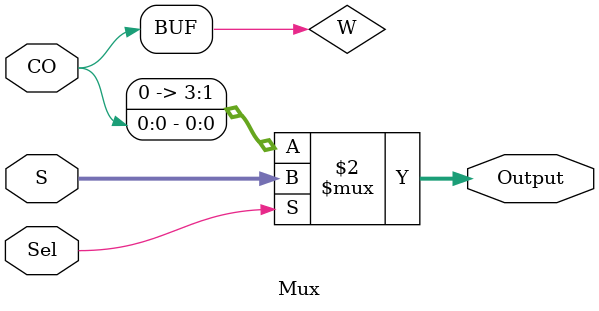
<source format=v>
`timescale 1ns / 1ps


module Mux(
    input [3:0] S,
    input CO,
    input Sel,
    output [3:0] Output
    );
    wire W;
    assign W ={3'b0, CO};
    assign Output = Sel?S:CO;
endmodule

</source>
